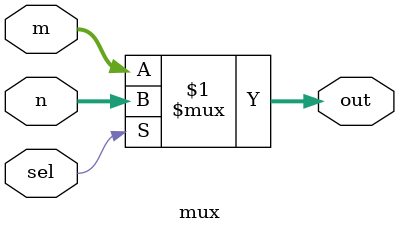
<source format=v>
module mux(m,n,sel,out);
input [31:0]m,n;
input sel;
output [31:0]out;
assign out = sel ? n : m;
endmodule 

</source>
